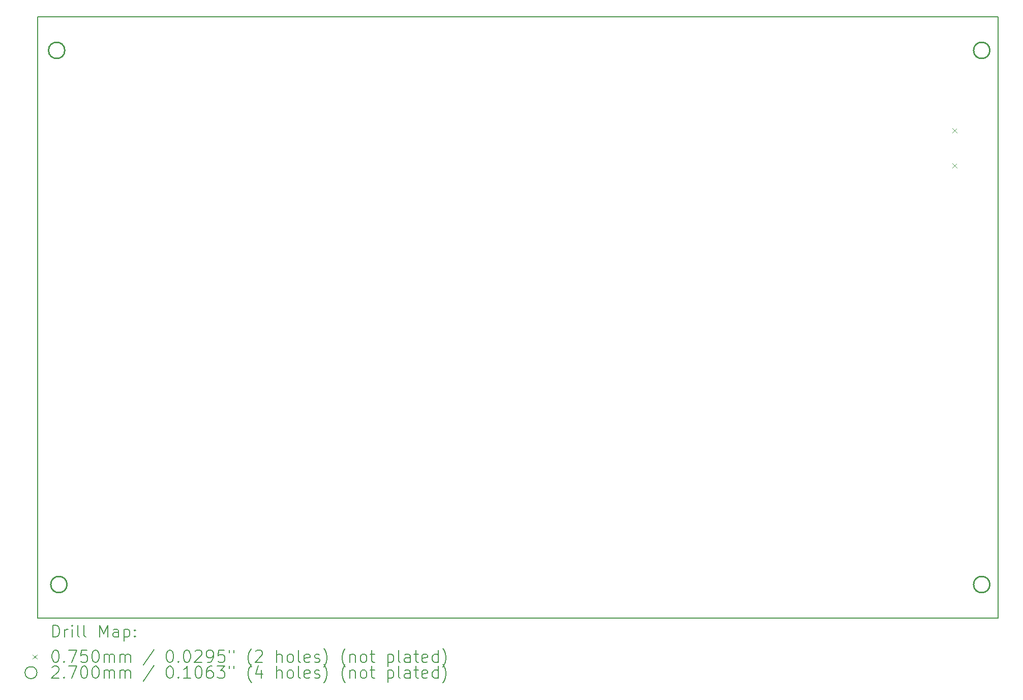
<source format=gbr>
%TF.GenerationSoftware,KiCad,Pcbnew,9.0.4*%
%TF.CreationDate,2025-10-26T21:25:07+02:00*%
%TF.ProjectId,ResumeCard,52657375-6d65-4436-9172-642e6b696361,rev?*%
%TF.SameCoordinates,Original*%
%TF.FileFunction,Drillmap*%
%TF.FilePolarity,Positive*%
%FSLAX45Y45*%
G04 Gerber Fmt 4.5, Leading zero omitted, Abs format (unit mm)*
G04 Created by KiCad (PCBNEW 9.0.4) date 2025-10-26 21:25:07*
%MOMM*%
%LPD*%
G01*
G04 APERTURE LIST*
%ADD10C,0.150000*%
%ADD11C,0.200000*%
%ADD12C,0.100000*%
%ADD13C,0.270000*%
G04 APERTURE END LIST*
D10*
X0Y10000000D02*
X16000000Y10000000D01*
X16000000Y0D01*
X0Y0D01*
X0Y10000000D01*
D11*
D12*
X15232500Y8147500D02*
X15307500Y8072500D01*
X15307500Y8147500D02*
X15232500Y8072500D01*
X15232500Y7567500D02*
X15307500Y7492500D01*
X15307500Y7567500D02*
X15232500Y7492500D01*
D13*
X455000Y9445000D02*
G75*
G02*
X185000Y9445000I-135000J0D01*
G01*
X185000Y9445000D02*
G75*
G02*
X455000Y9445000I135000J0D01*
G01*
X492000Y555000D02*
G75*
G02*
X222000Y555000I-135000J0D01*
G01*
X222000Y555000D02*
G75*
G02*
X492000Y555000I135000J0D01*
G01*
X15859000Y9445000D02*
G75*
G02*
X15589000Y9445000I-135000J0D01*
G01*
X15589000Y9445000D02*
G75*
G02*
X15859000Y9445000I135000J0D01*
G01*
X15859000Y555000D02*
G75*
G02*
X15589000Y555000I-135000J0D01*
G01*
X15589000Y555000D02*
G75*
G02*
X15859000Y555000I135000J0D01*
G01*
D11*
X253277Y-318984D02*
X253277Y-118984D01*
X253277Y-118984D02*
X300896Y-118984D01*
X300896Y-118984D02*
X329467Y-128508D01*
X329467Y-128508D02*
X348515Y-147555D01*
X348515Y-147555D02*
X358039Y-166603D01*
X358039Y-166603D02*
X367562Y-204698D01*
X367562Y-204698D02*
X367562Y-233269D01*
X367562Y-233269D02*
X358039Y-271365D01*
X358039Y-271365D02*
X348515Y-290412D01*
X348515Y-290412D02*
X329467Y-309460D01*
X329467Y-309460D02*
X300896Y-318984D01*
X300896Y-318984D02*
X253277Y-318984D01*
X453277Y-318984D02*
X453277Y-185650D01*
X453277Y-223746D02*
X462801Y-204698D01*
X462801Y-204698D02*
X472324Y-195174D01*
X472324Y-195174D02*
X491372Y-185650D01*
X491372Y-185650D02*
X510420Y-185650D01*
X577086Y-318984D02*
X577086Y-185650D01*
X577086Y-118984D02*
X567563Y-128508D01*
X567563Y-128508D02*
X577086Y-138031D01*
X577086Y-138031D02*
X586610Y-128508D01*
X586610Y-128508D02*
X577086Y-118984D01*
X577086Y-118984D02*
X577086Y-138031D01*
X700896Y-318984D02*
X681848Y-309460D01*
X681848Y-309460D02*
X672324Y-290412D01*
X672324Y-290412D02*
X672324Y-118984D01*
X805658Y-318984D02*
X786610Y-309460D01*
X786610Y-309460D02*
X777086Y-290412D01*
X777086Y-290412D02*
X777086Y-118984D01*
X1034229Y-318984D02*
X1034229Y-118984D01*
X1034229Y-118984D02*
X1100896Y-261841D01*
X1100896Y-261841D02*
X1167563Y-118984D01*
X1167563Y-118984D02*
X1167563Y-318984D01*
X1348515Y-318984D02*
X1348515Y-214222D01*
X1348515Y-214222D02*
X1338991Y-195174D01*
X1338991Y-195174D02*
X1319944Y-185650D01*
X1319944Y-185650D02*
X1281848Y-185650D01*
X1281848Y-185650D02*
X1262801Y-195174D01*
X1348515Y-309460D02*
X1329467Y-318984D01*
X1329467Y-318984D02*
X1281848Y-318984D01*
X1281848Y-318984D02*
X1262801Y-309460D01*
X1262801Y-309460D02*
X1253277Y-290412D01*
X1253277Y-290412D02*
X1253277Y-271365D01*
X1253277Y-271365D02*
X1262801Y-252317D01*
X1262801Y-252317D02*
X1281848Y-242793D01*
X1281848Y-242793D02*
X1329467Y-242793D01*
X1329467Y-242793D02*
X1348515Y-233269D01*
X1443753Y-185650D02*
X1443753Y-385650D01*
X1443753Y-195174D02*
X1462801Y-185650D01*
X1462801Y-185650D02*
X1500896Y-185650D01*
X1500896Y-185650D02*
X1519943Y-195174D01*
X1519943Y-195174D02*
X1529467Y-204698D01*
X1529467Y-204698D02*
X1538991Y-223746D01*
X1538991Y-223746D02*
X1538991Y-280889D01*
X1538991Y-280889D02*
X1529467Y-299936D01*
X1529467Y-299936D02*
X1519943Y-309460D01*
X1519943Y-309460D02*
X1500896Y-318984D01*
X1500896Y-318984D02*
X1462801Y-318984D01*
X1462801Y-318984D02*
X1443753Y-309460D01*
X1624705Y-299936D02*
X1634229Y-309460D01*
X1634229Y-309460D02*
X1624705Y-318984D01*
X1624705Y-318984D02*
X1615182Y-309460D01*
X1615182Y-309460D02*
X1624705Y-299936D01*
X1624705Y-299936D02*
X1624705Y-318984D01*
X1624705Y-195174D02*
X1634229Y-204698D01*
X1634229Y-204698D02*
X1624705Y-214222D01*
X1624705Y-214222D02*
X1615182Y-204698D01*
X1615182Y-204698D02*
X1624705Y-195174D01*
X1624705Y-195174D02*
X1624705Y-214222D01*
D12*
X-82500Y-610000D02*
X-7500Y-685000D01*
X-7500Y-610000D02*
X-82500Y-685000D01*
D11*
X291372Y-538984D02*
X310420Y-538984D01*
X310420Y-538984D02*
X329467Y-548508D01*
X329467Y-548508D02*
X338991Y-558031D01*
X338991Y-558031D02*
X348515Y-577079D01*
X348515Y-577079D02*
X358039Y-615174D01*
X358039Y-615174D02*
X358039Y-662793D01*
X358039Y-662793D02*
X348515Y-700888D01*
X348515Y-700888D02*
X338991Y-719936D01*
X338991Y-719936D02*
X329467Y-729460D01*
X329467Y-729460D02*
X310420Y-738984D01*
X310420Y-738984D02*
X291372Y-738984D01*
X291372Y-738984D02*
X272324Y-729460D01*
X272324Y-729460D02*
X262801Y-719936D01*
X262801Y-719936D02*
X253277Y-700888D01*
X253277Y-700888D02*
X243753Y-662793D01*
X243753Y-662793D02*
X243753Y-615174D01*
X243753Y-615174D02*
X253277Y-577079D01*
X253277Y-577079D02*
X262801Y-558031D01*
X262801Y-558031D02*
X272324Y-548508D01*
X272324Y-548508D02*
X291372Y-538984D01*
X443753Y-719936D02*
X453277Y-729460D01*
X453277Y-729460D02*
X443753Y-738984D01*
X443753Y-738984D02*
X434229Y-729460D01*
X434229Y-729460D02*
X443753Y-719936D01*
X443753Y-719936D02*
X443753Y-738984D01*
X519943Y-538984D02*
X653277Y-538984D01*
X653277Y-538984D02*
X567563Y-738984D01*
X824705Y-538984D02*
X729467Y-538984D01*
X729467Y-538984D02*
X719943Y-634222D01*
X719943Y-634222D02*
X729467Y-624698D01*
X729467Y-624698D02*
X748515Y-615174D01*
X748515Y-615174D02*
X796134Y-615174D01*
X796134Y-615174D02*
X815182Y-624698D01*
X815182Y-624698D02*
X824705Y-634222D01*
X824705Y-634222D02*
X834229Y-653270D01*
X834229Y-653270D02*
X834229Y-700888D01*
X834229Y-700888D02*
X824705Y-719936D01*
X824705Y-719936D02*
X815182Y-729460D01*
X815182Y-729460D02*
X796134Y-738984D01*
X796134Y-738984D02*
X748515Y-738984D01*
X748515Y-738984D02*
X729467Y-729460D01*
X729467Y-729460D02*
X719943Y-719936D01*
X958039Y-538984D02*
X977086Y-538984D01*
X977086Y-538984D02*
X996134Y-548508D01*
X996134Y-548508D02*
X1005658Y-558031D01*
X1005658Y-558031D02*
X1015182Y-577079D01*
X1015182Y-577079D02*
X1024705Y-615174D01*
X1024705Y-615174D02*
X1024705Y-662793D01*
X1024705Y-662793D02*
X1015182Y-700888D01*
X1015182Y-700888D02*
X1005658Y-719936D01*
X1005658Y-719936D02*
X996134Y-729460D01*
X996134Y-729460D02*
X977086Y-738984D01*
X977086Y-738984D02*
X958039Y-738984D01*
X958039Y-738984D02*
X938991Y-729460D01*
X938991Y-729460D02*
X929467Y-719936D01*
X929467Y-719936D02*
X919943Y-700888D01*
X919943Y-700888D02*
X910420Y-662793D01*
X910420Y-662793D02*
X910420Y-615174D01*
X910420Y-615174D02*
X919943Y-577079D01*
X919943Y-577079D02*
X929467Y-558031D01*
X929467Y-558031D02*
X938991Y-548508D01*
X938991Y-548508D02*
X958039Y-538984D01*
X1110420Y-738984D02*
X1110420Y-605650D01*
X1110420Y-624698D02*
X1119944Y-615174D01*
X1119944Y-615174D02*
X1138991Y-605650D01*
X1138991Y-605650D02*
X1167563Y-605650D01*
X1167563Y-605650D02*
X1186610Y-615174D01*
X1186610Y-615174D02*
X1196134Y-634222D01*
X1196134Y-634222D02*
X1196134Y-738984D01*
X1196134Y-634222D02*
X1205658Y-615174D01*
X1205658Y-615174D02*
X1224705Y-605650D01*
X1224705Y-605650D02*
X1253277Y-605650D01*
X1253277Y-605650D02*
X1272325Y-615174D01*
X1272325Y-615174D02*
X1281848Y-634222D01*
X1281848Y-634222D02*
X1281848Y-738984D01*
X1377086Y-738984D02*
X1377086Y-605650D01*
X1377086Y-624698D02*
X1386610Y-615174D01*
X1386610Y-615174D02*
X1405658Y-605650D01*
X1405658Y-605650D02*
X1434229Y-605650D01*
X1434229Y-605650D02*
X1453277Y-615174D01*
X1453277Y-615174D02*
X1462801Y-634222D01*
X1462801Y-634222D02*
X1462801Y-738984D01*
X1462801Y-634222D02*
X1472324Y-615174D01*
X1472324Y-615174D02*
X1491372Y-605650D01*
X1491372Y-605650D02*
X1519943Y-605650D01*
X1519943Y-605650D02*
X1538991Y-615174D01*
X1538991Y-615174D02*
X1548515Y-634222D01*
X1548515Y-634222D02*
X1548515Y-738984D01*
X1938991Y-529460D02*
X1767563Y-786603D01*
X2196134Y-538984D02*
X2215182Y-538984D01*
X2215182Y-538984D02*
X2234229Y-548508D01*
X2234229Y-548508D02*
X2243753Y-558031D01*
X2243753Y-558031D02*
X2253277Y-577079D01*
X2253277Y-577079D02*
X2262801Y-615174D01*
X2262801Y-615174D02*
X2262801Y-662793D01*
X2262801Y-662793D02*
X2253277Y-700888D01*
X2253277Y-700888D02*
X2243753Y-719936D01*
X2243753Y-719936D02*
X2234229Y-729460D01*
X2234229Y-729460D02*
X2215182Y-738984D01*
X2215182Y-738984D02*
X2196134Y-738984D01*
X2196134Y-738984D02*
X2177087Y-729460D01*
X2177087Y-729460D02*
X2167563Y-719936D01*
X2167563Y-719936D02*
X2158039Y-700888D01*
X2158039Y-700888D02*
X2148515Y-662793D01*
X2148515Y-662793D02*
X2148515Y-615174D01*
X2148515Y-615174D02*
X2158039Y-577079D01*
X2158039Y-577079D02*
X2167563Y-558031D01*
X2167563Y-558031D02*
X2177087Y-548508D01*
X2177087Y-548508D02*
X2196134Y-538984D01*
X2348515Y-719936D02*
X2358039Y-729460D01*
X2358039Y-729460D02*
X2348515Y-738984D01*
X2348515Y-738984D02*
X2338991Y-729460D01*
X2338991Y-729460D02*
X2348515Y-719936D01*
X2348515Y-719936D02*
X2348515Y-738984D01*
X2481848Y-538984D02*
X2500896Y-538984D01*
X2500896Y-538984D02*
X2519944Y-548508D01*
X2519944Y-548508D02*
X2529468Y-558031D01*
X2529468Y-558031D02*
X2538991Y-577079D01*
X2538991Y-577079D02*
X2548515Y-615174D01*
X2548515Y-615174D02*
X2548515Y-662793D01*
X2548515Y-662793D02*
X2538991Y-700888D01*
X2538991Y-700888D02*
X2529468Y-719936D01*
X2529468Y-719936D02*
X2519944Y-729460D01*
X2519944Y-729460D02*
X2500896Y-738984D01*
X2500896Y-738984D02*
X2481848Y-738984D01*
X2481848Y-738984D02*
X2462801Y-729460D01*
X2462801Y-729460D02*
X2453277Y-719936D01*
X2453277Y-719936D02*
X2443753Y-700888D01*
X2443753Y-700888D02*
X2434229Y-662793D01*
X2434229Y-662793D02*
X2434229Y-615174D01*
X2434229Y-615174D02*
X2443753Y-577079D01*
X2443753Y-577079D02*
X2453277Y-558031D01*
X2453277Y-558031D02*
X2462801Y-548508D01*
X2462801Y-548508D02*
X2481848Y-538984D01*
X2624706Y-558031D02*
X2634229Y-548508D01*
X2634229Y-548508D02*
X2653277Y-538984D01*
X2653277Y-538984D02*
X2700896Y-538984D01*
X2700896Y-538984D02*
X2719944Y-548508D01*
X2719944Y-548508D02*
X2729468Y-558031D01*
X2729468Y-558031D02*
X2738991Y-577079D01*
X2738991Y-577079D02*
X2738991Y-596127D01*
X2738991Y-596127D02*
X2729468Y-624698D01*
X2729468Y-624698D02*
X2615182Y-738984D01*
X2615182Y-738984D02*
X2738991Y-738984D01*
X2834229Y-738984D02*
X2872325Y-738984D01*
X2872325Y-738984D02*
X2891372Y-729460D01*
X2891372Y-729460D02*
X2900896Y-719936D01*
X2900896Y-719936D02*
X2919944Y-691365D01*
X2919944Y-691365D02*
X2929467Y-653270D01*
X2929467Y-653270D02*
X2929467Y-577079D01*
X2929467Y-577079D02*
X2919944Y-558031D01*
X2919944Y-558031D02*
X2910420Y-548508D01*
X2910420Y-548508D02*
X2891372Y-538984D01*
X2891372Y-538984D02*
X2853277Y-538984D01*
X2853277Y-538984D02*
X2834229Y-548508D01*
X2834229Y-548508D02*
X2824706Y-558031D01*
X2824706Y-558031D02*
X2815182Y-577079D01*
X2815182Y-577079D02*
X2815182Y-624698D01*
X2815182Y-624698D02*
X2824706Y-643746D01*
X2824706Y-643746D02*
X2834229Y-653270D01*
X2834229Y-653270D02*
X2853277Y-662793D01*
X2853277Y-662793D02*
X2891372Y-662793D01*
X2891372Y-662793D02*
X2910420Y-653270D01*
X2910420Y-653270D02*
X2919944Y-643746D01*
X2919944Y-643746D02*
X2929467Y-624698D01*
X3110420Y-538984D02*
X3015182Y-538984D01*
X3015182Y-538984D02*
X3005658Y-634222D01*
X3005658Y-634222D02*
X3015182Y-624698D01*
X3015182Y-624698D02*
X3034229Y-615174D01*
X3034229Y-615174D02*
X3081848Y-615174D01*
X3081848Y-615174D02*
X3100896Y-624698D01*
X3100896Y-624698D02*
X3110420Y-634222D01*
X3110420Y-634222D02*
X3119944Y-653270D01*
X3119944Y-653270D02*
X3119944Y-700888D01*
X3119944Y-700888D02*
X3110420Y-719936D01*
X3110420Y-719936D02*
X3100896Y-729460D01*
X3100896Y-729460D02*
X3081848Y-738984D01*
X3081848Y-738984D02*
X3034229Y-738984D01*
X3034229Y-738984D02*
X3015182Y-729460D01*
X3015182Y-729460D02*
X3005658Y-719936D01*
X3196134Y-538984D02*
X3196134Y-577079D01*
X3272325Y-538984D02*
X3272325Y-577079D01*
X3567563Y-815174D02*
X3558039Y-805650D01*
X3558039Y-805650D02*
X3538991Y-777079D01*
X3538991Y-777079D02*
X3529468Y-758031D01*
X3529468Y-758031D02*
X3519944Y-729460D01*
X3519944Y-729460D02*
X3510420Y-681841D01*
X3510420Y-681841D02*
X3510420Y-643746D01*
X3510420Y-643746D02*
X3519944Y-596127D01*
X3519944Y-596127D02*
X3529468Y-567555D01*
X3529468Y-567555D02*
X3538991Y-548508D01*
X3538991Y-548508D02*
X3558039Y-519936D01*
X3558039Y-519936D02*
X3567563Y-510412D01*
X3634229Y-558031D02*
X3643753Y-548508D01*
X3643753Y-548508D02*
X3662801Y-538984D01*
X3662801Y-538984D02*
X3710420Y-538984D01*
X3710420Y-538984D02*
X3729468Y-548508D01*
X3729468Y-548508D02*
X3738991Y-558031D01*
X3738991Y-558031D02*
X3748515Y-577079D01*
X3748515Y-577079D02*
X3748515Y-596127D01*
X3748515Y-596127D02*
X3738991Y-624698D01*
X3738991Y-624698D02*
X3624706Y-738984D01*
X3624706Y-738984D02*
X3748515Y-738984D01*
X3986610Y-738984D02*
X3986610Y-538984D01*
X4072325Y-738984D02*
X4072325Y-634222D01*
X4072325Y-634222D02*
X4062801Y-615174D01*
X4062801Y-615174D02*
X4043753Y-605650D01*
X4043753Y-605650D02*
X4015182Y-605650D01*
X4015182Y-605650D02*
X3996134Y-615174D01*
X3996134Y-615174D02*
X3986610Y-624698D01*
X4196134Y-738984D02*
X4177087Y-729460D01*
X4177087Y-729460D02*
X4167563Y-719936D01*
X4167563Y-719936D02*
X4158039Y-700888D01*
X4158039Y-700888D02*
X4158039Y-643746D01*
X4158039Y-643746D02*
X4167563Y-624698D01*
X4167563Y-624698D02*
X4177087Y-615174D01*
X4177087Y-615174D02*
X4196134Y-605650D01*
X4196134Y-605650D02*
X4224706Y-605650D01*
X4224706Y-605650D02*
X4243753Y-615174D01*
X4243753Y-615174D02*
X4253277Y-624698D01*
X4253277Y-624698D02*
X4262801Y-643746D01*
X4262801Y-643746D02*
X4262801Y-700888D01*
X4262801Y-700888D02*
X4253277Y-719936D01*
X4253277Y-719936D02*
X4243753Y-729460D01*
X4243753Y-729460D02*
X4224706Y-738984D01*
X4224706Y-738984D02*
X4196134Y-738984D01*
X4377087Y-738984D02*
X4358039Y-729460D01*
X4358039Y-729460D02*
X4348515Y-710412D01*
X4348515Y-710412D02*
X4348515Y-538984D01*
X4529468Y-729460D02*
X4510420Y-738984D01*
X4510420Y-738984D02*
X4472325Y-738984D01*
X4472325Y-738984D02*
X4453277Y-729460D01*
X4453277Y-729460D02*
X4443753Y-710412D01*
X4443753Y-710412D02*
X4443753Y-634222D01*
X4443753Y-634222D02*
X4453277Y-615174D01*
X4453277Y-615174D02*
X4472325Y-605650D01*
X4472325Y-605650D02*
X4510420Y-605650D01*
X4510420Y-605650D02*
X4529468Y-615174D01*
X4529468Y-615174D02*
X4538992Y-634222D01*
X4538992Y-634222D02*
X4538992Y-653270D01*
X4538992Y-653270D02*
X4443753Y-672317D01*
X4615182Y-729460D02*
X4634230Y-738984D01*
X4634230Y-738984D02*
X4672325Y-738984D01*
X4672325Y-738984D02*
X4691373Y-729460D01*
X4691373Y-729460D02*
X4700896Y-710412D01*
X4700896Y-710412D02*
X4700896Y-700888D01*
X4700896Y-700888D02*
X4691373Y-681841D01*
X4691373Y-681841D02*
X4672325Y-672317D01*
X4672325Y-672317D02*
X4643753Y-672317D01*
X4643753Y-672317D02*
X4624706Y-662793D01*
X4624706Y-662793D02*
X4615182Y-643746D01*
X4615182Y-643746D02*
X4615182Y-634222D01*
X4615182Y-634222D02*
X4624706Y-615174D01*
X4624706Y-615174D02*
X4643753Y-605650D01*
X4643753Y-605650D02*
X4672325Y-605650D01*
X4672325Y-605650D02*
X4691373Y-615174D01*
X4767563Y-815174D02*
X4777087Y-805650D01*
X4777087Y-805650D02*
X4796134Y-777079D01*
X4796134Y-777079D02*
X4805658Y-758031D01*
X4805658Y-758031D02*
X4815182Y-729460D01*
X4815182Y-729460D02*
X4824706Y-681841D01*
X4824706Y-681841D02*
X4824706Y-643746D01*
X4824706Y-643746D02*
X4815182Y-596127D01*
X4815182Y-596127D02*
X4805658Y-567555D01*
X4805658Y-567555D02*
X4796134Y-548508D01*
X4796134Y-548508D02*
X4777087Y-519936D01*
X4777087Y-519936D02*
X4767563Y-510412D01*
X5129468Y-815174D02*
X5119944Y-805650D01*
X5119944Y-805650D02*
X5100896Y-777079D01*
X5100896Y-777079D02*
X5091373Y-758031D01*
X5091373Y-758031D02*
X5081849Y-729460D01*
X5081849Y-729460D02*
X5072325Y-681841D01*
X5072325Y-681841D02*
X5072325Y-643746D01*
X5072325Y-643746D02*
X5081849Y-596127D01*
X5081849Y-596127D02*
X5091373Y-567555D01*
X5091373Y-567555D02*
X5100896Y-548508D01*
X5100896Y-548508D02*
X5119944Y-519936D01*
X5119944Y-519936D02*
X5129468Y-510412D01*
X5205658Y-605650D02*
X5205658Y-738984D01*
X5205658Y-624698D02*
X5215182Y-615174D01*
X5215182Y-615174D02*
X5234230Y-605650D01*
X5234230Y-605650D02*
X5262801Y-605650D01*
X5262801Y-605650D02*
X5281849Y-615174D01*
X5281849Y-615174D02*
X5291373Y-634222D01*
X5291373Y-634222D02*
X5291373Y-738984D01*
X5415182Y-738984D02*
X5396134Y-729460D01*
X5396134Y-729460D02*
X5386611Y-719936D01*
X5386611Y-719936D02*
X5377087Y-700888D01*
X5377087Y-700888D02*
X5377087Y-643746D01*
X5377087Y-643746D02*
X5386611Y-624698D01*
X5386611Y-624698D02*
X5396134Y-615174D01*
X5396134Y-615174D02*
X5415182Y-605650D01*
X5415182Y-605650D02*
X5443754Y-605650D01*
X5443754Y-605650D02*
X5462801Y-615174D01*
X5462801Y-615174D02*
X5472325Y-624698D01*
X5472325Y-624698D02*
X5481849Y-643746D01*
X5481849Y-643746D02*
X5481849Y-700888D01*
X5481849Y-700888D02*
X5472325Y-719936D01*
X5472325Y-719936D02*
X5462801Y-729460D01*
X5462801Y-729460D02*
X5443754Y-738984D01*
X5443754Y-738984D02*
X5415182Y-738984D01*
X5538992Y-605650D02*
X5615182Y-605650D01*
X5567563Y-538984D02*
X5567563Y-710412D01*
X5567563Y-710412D02*
X5577087Y-729460D01*
X5577087Y-729460D02*
X5596134Y-738984D01*
X5596134Y-738984D02*
X5615182Y-738984D01*
X5834230Y-605650D02*
X5834230Y-805650D01*
X5834230Y-615174D02*
X5853277Y-605650D01*
X5853277Y-605650D02*
X5891373Y-605650D01*
X5891373Y-605650D02*
X5910420Y-615174D01*
X5910420Y-615174D02*
X5919944Y-624698D01*
X5919944Y-624698D02*
X5929468Y-643746D01*
X5929468Y-643746D02*
X5929468Y-700888D01*
X5929468Y-700888D02*
X5919944Y-719936D01*
X5919944Y-719936D02*
X5910420Y-729460D01*
X5910420Y-729460D02*
X5891373Y-738984D01*
X5891373Y-738984D02*
X5853277Y-738984D01*
X5853277Y-738984D02*
X5834230Y-729460D01*
X6043753Y-738984D02*
X6024706Y-729460D01*
X6024706Y-729460D02*
X6015182Y-710412D01*
X6015182Y-710412D02*
X6015182Y-538984D01*
X6205658Y-738984D02*
X6205658Y-634222D01*
X6205658Y-634222D02*
X6196134Y-615174D01*
X6196134Y-615174D02*
X6177087Y-605650D01*
X6177087Y-605650D02*
X6138992Y-605650D01*
X6138992Y-605650D02*
X6119944Y-615174D01*
X6205658Y-729460D02*
X6186611Y-738984D01*
X6186611Y-738984D02*
X6138992Y-738984D01*
X6138992Y-738984D02*
X6119944Y-729460D01*
X6119944Y-729460D02*
X6110420Y-710412D01*
X6110420Y-710412D02*
X6110420Y-691365D01*
X6110420Y-691365D02*
X6119944Y-672317D01*
X6119944Y-672317D02*
X6138992Y-662793D01*
X6138992Y-662793D02*
X6186611Y-662793D01*
X6186611Y-662793D02*
X6205658Y-653270D01*
X6272325Y-605650D02*
X6348515Y-605650D01*
X6300896Y-538984D02*
X6300896Y-710412D01*
X6300896Y-710412D02*
X6310420Y-729460D01*
X6310420Y-729460D02*
X6329468Y-738984D01*
X6329468Y-738984D02*
X6348515Y-738984D01*
X6491373Y-729460D02*
X6472325Y-738984D01*
X6472325Y-738984D02*
X6434230Y-738984D01*
X6434230Y-738984D02*
X6415182Y-729460D01*
X6415182Y-729460D02*
X6405658Y-710412D01*
X6405658Y-710412D02*
X6405658Y-634222D01*
X6405658Y-634222D02*
X6415182Y-615174D01*
X6415182Y-615174D02*
X6434230Y-605650D01*
X6434230Y-605650D02*
X6472325Y-605650D01*
X6472325Y-605650D02*
X6491373Y-615174D01*
X6491373Y-615174D02*
X6500896Y-634222D01*
X6500896Y-634222D02*
X6500896Y-653270D01*
X6500896Y-653270D02*
X6405658Y-672317D01*
X6672325Y-738984D02*
X6672325Y-538984D01*
X6672325Y-729460D02*
X6653277Y-738984D01*
X6653277Y-738984D02*
X6615182Y-738984D01*
X6615182Y-738984D02*
X6596134Y-729460D01*
X6596134Y-729460D02*
X6586611Y-719936D01*
X6586611Y-719936D02*
X6577087Y-700888D01*
X6577087Y-700888D02*
X6577087Y-643746D01*
X6577087Y-643746D02*
X6586611Y-624698D01*
X6586611Y-624698D02*
X6596134Y-615174D01*
X6596134Y-615174D02*
X6615182Y-605650D01*
X6615182Y-605650D02*
X6653277Y-605650D01*
X6653277Y-605650D02*
X6672325Y-615174D01*
X6748515Y-815174D02*
X6758039Y-805650D01*
X6758039Y-805650D02*
X6777087Y-777079D01*
X6777087Y-777079D02*
X6786611Y-758031D01*
X6786611Y-758031D02*
X6796134Y-729460D01*
X6796134Y-729460D02*
X6805658Y-681841D01*
X6805658Y-681841D02*
X6805658Y-643746D01*
X6805658Y-643746D02*
X6796134Y-596127D01*
X6796134Y-596127D02*
X6786611Y-567555D01*
X6786611Y-567555D02*
X6777087Y-548508D01*
X6777087Y-548508D02*
X6758039Y-519936D01*
X6758039Y-519936D02*
X6748515Y-510412D01*
X-7500Y-911500D02*
G75*
G02*
X-207500Y-911500I-100000J0D01*
G01*
X-207500Y-911500D02*
G75*
G02*
X-7500Y-911500I100000J0D01*
G01*
X243753Y-822031D02*
X253277Y-812508D01*
X253277Y-812508D02*
X272324Y-802984D01*
X272324Y-802984D02*
X319944Y-802984D01*
X319944Y-802984D02*
X338991Y-812508D01*
X338991Y-812508D02*
X348515Y-822031D01*
X348515Y-822031D02*
X358039Y-841079D01*
X358039Y-841079D02*
X358039Y-860127D01*
X358039Y-860127D02*
X348515Y-888698D01*
X348515Y-888698D02*
X234229Y-1002984D01*
X234229Y-1002984D02*
X358039Y-1002984D01*
X443753Y-983936D02*
X453277Y-993460D01*
X453277Y-993460D02*
X443753Y-1002984D01*
X443753Y-1002984D02*
X434229Y-993460D01*
X434229Y-993460D02*
X443753Y-983936D01*
X443753Y-983936D02*
X443753Y-1002984D01*
X519943Y-802984D02*
X653277Y-802984D01*
X653277Y-802984D02*
X567563Y-1002984D01*
X767562Y-802984D02*
X786610Y-802984D01*
X786610Y-802984D02*
X805658Y-812508D01*
X805658Y-812508D02*
X815182Y-822031D01*
X815182Y-822031D02*
X824705Y-841079D01*
X824705Y-841079D02*
X834229Y-879174D01*
X834229Y-879174D02*
X834229Y-926793D01*
X834229Y-926793D02*
X824705Y-964888D01*
X824705Y-964888D02*
X815182Y-983936D01*
X815182Y-983936D02*
X805658Y-993460D01*
X805658Y-993460D02*
X786610Y-1002984D01*
X786610Y-1002984D02*
X767562Y-1002984D01*
X767562Y-1002984D02*
X748515Y-993460D01*
X748515Y-993460D02*
X738991Y-983936D01*
X738991Y-983936D02*
X729467Y-964888D01*
X729467Y-964888D02*
X719943Y-926793D01*
X719943Y-926793D02*
X719943Y-879174D01*
X719943Y-879174D02*
X729467Y-841079D01*
X729467Y-841079D02*
X738991Y-822031D01*
X738991Y-822031D02*
X748515Y-812508D01*
X748515Y-812508D02*
X767562Y-802984D01*
X958039Y-802984D02*
X977086Y-802984D01*
X977086Y-802984D02*
X996134Y-812508D01*
X996134Y-812508D02*
X1005658Y-822031D01*
X1005658Y-822031D02*
X1015182Y-841079D01*
X1015182Y-841079D02*
X1024705Y-879174D01*
X1024705Y-879174D02*
X1024705Y-926793D01*
X1024705Y-926793D02*
X1015182Y-964888D01*
X1015182Y-964888D02*
X1005658Y-983936D01*
X1005658Y-983936D02*
X996134Y-993460D01*
X996134Y-993460D02*
X977086Y-1002984D01*
X977086Y-1002984D02*
X958039Y-1002984D01*
X958039Y-1002984D02*
X938991Y-993460D01*
X938991Y-993460D02*
X929467Y-983936D01*
X929467Y-983936D02*
X919943Y-964888D01*
X919943Y-964888D02*
X910420Y-926793D01*
X910420Y-926793D02*
X910420Y-879174D01*
X910420Y-879174D02*
X919943Y-841079D01*
X919943Y-841079D02*
X929467Y-822031D01*
X929467Y-822031D02*
X938991Y-812508D01*
X938991Y-812508D02*
X958039Y-802984D01*
X1110420Y-1002984D02*
X1110420Y-869650D01*
X1110420Y-888698D02*
X1119944Y-879174D01*
X1119944Y-879174D02*
X1138991Y-869650D01*
X1138991Y-869650D02*
X1167563Y-869650D01*
X1167563Y-869650D02*
X1186610Y-879174D01*
X1186610Y-879174D02*
X1196134Y-898222D01*
X1196134Y-898222D02*
X1196134Y-1002984D01*
X1196134Y-898222D02*
X1205658Y-879174D01*
X1205658Y-879174D02*
X1224705Y-869650D01*
X1224705Y-869650D02*
X1253277Y-869650D01*
X1253277Y-869650D02*
X1272325Y-879174D01*
X1272325Y-879174D02*
X1281848Y-898222D01*
X1281848Y-898222D02*
X1281848Y-1002984D01*
X1377086Y-1002984D02*
X1377086Y-869650D01*
X1377086Y-888698D02*
X1386610Y-879174D01*
X1386610Y-879174D02*
X1405658Y-869650D01*
X1405658Y-869650D02*
X1434229Y-869650D01*
X1434229Y-869650D02*
X1453277Y-879174D01*
X1453277Y-879174D02*
X1462801Y-898222D01*
X1462801Y-898222D02*
X1462801Y-1002984D01*
X1462801Y-898222D02*
X1472324Y-879174D01*
X1472324Y-879174D02*
X1491372Y-869650D01*
X1491372Y-869650D02*
X1519943Y-869650D01*
X1519943Y-869650D02*
X1538991Y-879174D01*
X1538991Y-879174D02*
X1548515Y-898222D01*
X1548515Y-898222D02*
X1548515Y-1002984D01*
X1938991Y-793460D02*
X1767563Y-1050603D01*
X2196134Y-802984D02*
X2215182Y-802984D01*
X2215182Y-802984D02*
X2234229Y-812508D01*
X2234229Y-812508D02*
X2243753Y-822031D01*
X2243753Y-822031D02*
X2253277Y-841079D01*
X2253277Y-841079D02*
X2262801Y-879174D01*
X2262801Y-879174D02*
X2262801Y-926793D01*
X2262801Y-926793D02*
X2253277Y-964888D01*
X2253277Y-964888D02*
X2243753Y-983936D01*
X2243753Y-983936D02*
X2234229Y-993460D01*
X2234229Y-993460D02*
X2215182Y-1002984D01*
X2215182Y-1002984D02*
X2196134Y-1002984D01*
X2196134Y-1002984D02*
X2177087Y-993460D01*
X2177087Y-993460D02*
X2167563Y-983936D01*
X2167563Y-983936D02*
X2158039Y-964888D01*
X2158039Y-964888D02*
X2148515Y-926793D01*
X2148515Y-926793D02*
X2148515Y-879174D01*
X2148515Y-879174D02*
X2158039Y-841079D01*
X2158039Y-841079D02*
X2167563Y-822031D01*
X2167563Y-822031D02*
X2177087Y-812508D01*
X2177087Y-812508D02*
X2196134Y-802984D01*
X2348515Y-983936D02*
X2358039Y-993460D01*
X2358039Y-993460D02*
X2348515Y-1002984D01*
X2348515Y-1002984D02*
X2338991Y-993460D01*
X2338991Y-993460D02*
X2348515Y-983936D01*
X2348515Y-983936D02*
X2348515Y-1002984D01*
X2548515Y-1002984D02*
X2434229Y-1002984D01*
X2491372Y-1002984D02*
X2491372Y-802984D01*
X2491372Y-802984D02*
X2472325Y-831555D01*
X2472325Y-831555D02*
X2453277Y-850603D01*
X2453277Y-850603D02*
X2434229Y-860127D01*
X2672325Y-802984D02*
X2691372Y-802984D01*
X2691372Y-802984D02*
X2710420Y-812508D01*
X2710420Y-812508D02*
X2719944Y-822031D01*
X2719944Y-822031D02*
X2729468Y-841079D01*
X2729468Y-841079D02*
X2738991Y-879174D01*
X2738991Y-879174D02*
X2738991Y-926793D01*
X2738991Y-926793D02*
X2729468Y-964888D01*
X2729468Y-964888D02*
X2719944Y-983936D01*
X2719944Y-983936D02*
X2710420Y-993460D01*
X2710420Y-993460D02*
X2691372Y-1002984D01*
X2691372Y-1002984D02*
X2672325Y-1002984D01*
X2672325Y-1002984D02*
X2653277Y-993460D01*
X2653277Y-993460D02*
X2643753Y-983936D01*
X2643753Y-983936D02*
X2634229Y-964888D01*
X2634229Y-964888D02*
X2624706Y-926793D01*
X2624706Y-926793D02*
X2624706Y-879174D01*
X2624706Y-879174D02*
X2634229Y-841079D01*
X2634229Y-841079D02*
X2643753Y-822031D01*
X2643753Y-822031D02*
X2653277Y-812508D01*
X2653277Y-812508D02*
X2672325Y-802984D01*
X2910420Y-802984D02*
X2872325Y-802984D01*
X2872325Y-802984D02*
X2853277Y-812508D01*
X2853277Y-812508D02*
X2843753Y-822031D01*
X2843753Y-822031D02*
X2824706Y-850603D01*
X2824706Y-850603D02*
X2815182Y-888698D01*
X2815182Y-888698D02*
X2815182Y-964888D01*
X2815182Y-964888D02*
X2824706Y-983936D01*
X2824706Y-983936D02*
X2834229Y-993460D01*
X2834229Y-993460D02*
X2853277Y-1002984D01*
X2853277Y-1002984D02*
X2891372Y-1002984D01*
X2891372Y-1002984D02*
X2910420Y-993460D01*
X2910420Y-993460D02*
X2919944Y-983936D01*
X2919944Y-983936D02*
X2929467Y-964888D01*
X2929467Y-964888D02*
X2929467Y-917269D01*
X2929467Y-917269D02*
X2919944Y-898222D01*
X2919944Y-898222D02*
X2910420Y-888698D01*
X2910420Y-888698D02*
X2891372Y-879174D01*
X2891372Y-879174D02*
X2853277Y-879174D01*
X2853277Y-879174D02*
X2834229Y-888698D01*
X2834229Y-888698D02*
X2824706Y-898222D01*
X2824706Y-898222D02*
X2815182Y-917269D01*
X2996134Y-802984D02*
X3119944Y-802984D01*
X3119944Y-802984D02*
X3053277Y-879174D01*
X3053277Y-879174D02*
X3081848Y-879174D01*
X3081848Y-879174D02*
X3100896Y-888698D01*
X3100896Y-888698D02*
X3110420Y-898222D01*
X3110420Y-898222D02*
X3119944Y-917269D01*
X3119944Y-917269D02*
X3119944Y-964888D01*
X3119944Y-964888D02*
X3110420Y-983936D01*
X3110420Y-983936D02*
X3100896Y-993460D01*
X3100896Y-993460D02*
X3081848Y-1002984D01*
X3081848Y-1002984D02*
X3024706Y-1002984D01*
X3024706Y-1002984D02*
X3005658Y-993460D01*
X3005658Y-993460D02*
X2996134Y-983936D01*
X3196134Y-802984D02*
X3196134Y-841079D01*
X3272325Y-802984D02*
X3272325Y-841079D01*
X3567563Y-1079174D02*
X3558039Y-1069650D01*
X3558039Y-1069650D02*
X3538991Y-1041079D01*
X3538991Y-1041079D02*
X3529468Y-1022031D01*
X3529468Y-1022031D02*
X3519944Y-993460D01*
X3519944Y-993460D02*
X3510420Y-945841D01*
X3510420Y-945841D02*
X3510420Y-907746D01*
X3510420Y-907746D02*
X3519944Y-860127D01*
X3519944Y-860127D02*
X3529468Y-831555D01*
X3529468Y-831555D02*
X3538991Y-812508D01*
X3538991Y-812508D02*
X3558039Y-783936D01*
X3558039Y-783936D02*
X3567563Y-774412D01*
X3729468Y-869650D02*
X3729468Y-1002984D01*
X3681848Y-793460D02*
X3634229Y-936317D01*
X3634229Y-936317D02*
X3758039Y-936317D01*
X3986610Y-1002984D02*
X3986610Y-802984D01*
X4072325Y-1002984D02*
X4072325Y-898222D01*
X4072325Y-898222D02*
X4062801Y-879174D01*
X4062801Y-879174D02*
X4043753Y-869650D01*
X4043753Y-869650D02*
X4015182Y-869650D01*
X4015182Y-869650D02*
X3996134Y-879174D01*
X3996134Y-879174D02*
X3986610Y-888698D01*
X4196134Y-1002984D02*
X4177087Y-993460D01*
X4177087Y-993460D02*
X4167563Y-983936D01*
X4167563Y-983936D02*
X4158039Y-964888D01*
X4158039Y-964888D02*
X4158039Y-907746D01*
X4158039Y-907746D02*
X4167563Y-888698D01*
X4167563Y-888698D02*
X4177087Y-879174D01*
X4177087Y-879174D02*
X4196134Y-869650D01*
X4196134Y-869650D02*
X4224706Y-869650D01*
X4224706Y-869650D02*
X4243753Y-879174D01*
X4243753Y-879174D02*
X4253277Y-888698D01*
X4253277Y-888698D02*
X4262801Y-907746D01*
X4262801Y-907746D02*
X4262801Y-964888D01*
X4262801Y-964888D02*
X4253277Y-983936D01*
X4253277Y-983936D02*
X4243753Y-993460D01*
X4243753Y-993460D02*
X4224706Y-1002984D01*
X4224706Y-1002984D02*
X4196134Y-1002984D01*
X4377087Y-1002984D02*
X4358039Y-993460D01*
X4358039Y-993460D02*
X4348515Y-974412D01*
X4348515Y-974412D02*
X4348515Y-802984D01*
X4529468Y-993460D02*
X4510420Y-1002984D01*
X4510420Y-1002984D02*
X4472325Y-1002984D01*
X4472325Y-1002984D02*
X4453277Y-993460D01*
X4453277Y-993460D02*
X4443753Y-974412D01*
X4443753Y-974412D02*
X4443753Y-898222D01*
X4443753Y-898222D02*
X4453277Y-879174D01*
X4453277Y-879174D02*
X4472325Y-869650D01*
X4472325Y-869650D02*
X4510420Y-869650D01*
X4510420Y-869650D02*
X4529468Y-879174D01*
X4529468Y-879174D02*
X4538992Y-898222D01*
X4538992Y-898222D02*
X4538992Y-917269D01*
X4538992Y-917269D02*
X4443753Y-936317D01*
X4615182Y-993460D02*
X4634230Y-1002984D01*
X4634230Y-1002984D02*
X4672325Y-1002984D01*
X4672325Y-1002984D02*
X4691373Y-993460D01*
X4691373Y-993460D02*
X4700896Y-974412D01*
X4700896Y-974412D02*
X4700896Y-964888D01*
X4700896Y-964888D02*
X4691373Y-945841D01*
X4691373Y-945841D02*
X4672325Y-936317D01*
X4672325Y-936317D02*
X4643753Y-936317D01*
X4643753Y-936317D02*
X4624706Y-926793D01*
X4624706Y-926793D02*
X4615182Y-907746D01*
X4615182Y-907746D02*
X4615182Y-898222D01*
X4615182Y-898222D02*
X4624706Y-879174D01*
X4624706Y-879174D02*
X4643753Y-869650D01*
X4643753Y-869650D02*
X4672325Y-869650D01*
X4672325Y-869650D02*
X4691373Y-879174D01*
X4767563Y-1079174D02*
X4777087Y-1069650D01*
X4777087Y-1069650D02*
X4796134Y-1041079D01*
X4796134Y-1041079D02*
X4805658Y-1022031D01*
X4805658Y-1022031D02*
X4815182Y-993460D01*
X4815182Y-993460D02*
X4824706Y-945841D01*
X4824706Y-945841D02*
X4824706Y-907746D01*
X4824706Y-907746D02*
X4815182Y-860127D01*
X4815182Y-860127D02*
X4805658Y-831555D01*
X4805658Y-831555D02*
X4796134Y-812508D01*
X4796134Y-812508D02*
X4777087Y-783936D01*
X4777087Y-783936D02*
X4767563Y-774412D01*
X5129468Y-1079174D02*
X5119944Y-1069650D01*
X5119944Y-1069650D02*
X5100896Y-1041079D01*
X5100896Y-1041079D02*
X5091373Y-1022031D01*
X5091373Y-1022031D02*
X5081849Y-993460D01*
X5081849Y-993460D02*
X5072325Y-945841D01*
X5072325Y-945841D02*
X5072325Y-907746D01*
X5072325Y-907746D02*
X5081849Y-860127D01*
X5081849Y-860127D02*
X5091373Y-831555D01*
X5091373Y-831555D02*
X5100896Y-812508D01*
X5100896Y-812508D02*
X5119944Y-783936D01*
X5119944Y-783936D02*
X5129468Y-774412D01*
X5205658Y-869650D02*
X5205658Y-1002984D01*
X5205658Y-888698D02*
X5215182Y-879174D01*
X5215182Y-879174D02*
X5234230Y-869650D01*
X5234230Y-869650D02*
X5262801Y-869650D01*
X5262801Y-869650D02*
X5281849Y-879174D01*
X5281849Y-879174D02*
X5291373Y-898222D01*
X5291373Y-898222D02*
X5291373Y-1002984D01*
X5415182Y-1002984D02*
X5396134Y-993460D01*
X5396134Y-993460D02*
X5386611Y-983936D01*
X5386611Y-983936D02*
X5377087Y-964888D01*
X5377087Y-964888D02*
X5377087Y-907746D01*
X5377087Y-907746D02*
X5386611Y-888698D01*
X5386611Y-888698D02*
X5396134Y-879174D01*
X5396134Y-879174D02*
X5415182Y-869650D01*
X5415182Y-869650D02*
X5443754Y-869650D01*
X5443754Y-869650D02*
X5462801Y-879174D01*
X5462801Y-879174D02*
X5472325Y-888698D01*
X5472325Y-888698D02*
X5481849Y-907746D01*
X5481849Y-907746D02*
X5481849Y-964888D01*
X5481849Y-964888D02*
X5472325Y-983936D01*
X5472325Y-983936D02*
X5462801Y-993460D01*
X5462801Y-993460D02*
X5443754Y-1002984D01*
X5443754Y-1002984D02*
X5415182Y-1002984D01*
X5538992Y-869650D02*
X5615182Y-869650D01*
X5567563Y-802984D02*
X5567563Y-974412D01*
X5567563Y-974412D02*
X5577087Y-993460D01*
X5577087Y-993460D02*
X5596134Y-1002984D01*
X5596134Y-1002984D02*
X5615182Y-1002984D01*
X5834230Y-869650D02*
X5834230Y-1069650D01*
X5834230Y-879174D02*
X5853277Y-869650D01*
X5853277Y-869650D02*
X5891373Y-869650D01*
X5891373Y-869650D02*
X5910420Y-879174D01*
X5910420Y-879174D02*
X5919944Y-888698D01*
X5919944Y-888698D02*
X5929468Y-907746D01*
X5929468Y-907746D02*
X5929468Y-964888D01*
X5929468Y-964888D02*
X5919944Y-983936D01*
X5919944Y-983936D02*
X5910420Y-993460D01*
X5910420Y-993460D02*
X5891373Y-1002984D01*
X5891373Y-1002984D02*
X5853277Y-1002984D01*
X5853277Y-1002984D02*
X5834230Y-993460D01*
X6043753Y-1002984D02*
X6024706Y-993460D01*
X6024706Y-993460D02*
X6015182Y-974412D01*
X6015182Y-974412D02*
X6015182Y-802984D01*
X6205658Y-1002984D02*
X6205658Y-898222D01*
X6205658Y-898222D02*
X6196134Y-879174D01*
X6196134Y-879174D02*
X6177087Y-869650D01*
X6177087Y-869650D02*
X6138992Y-869650D01*
X6138992Y-869650D02*
X6119944Y-879174D01*
X6205658Y-993460D02*
X6186611Y-1002984D01*
X6186611Y-1002984D02*
X6138992Y-1002984D01*
X6138992Y-1002984D02*
X6119944Y-993460D01*
X6119944Y-993460D02*
X6110420Y-974412D01*
X6110420Y-974412D02*
X6110420Y-955365D01*
X6110420Y-955365D02*
X6119944Y-936317D01*
X6119944Y-936317D02*
X6138992Y-926793D01*
X6138992Y-926793D02*
X6186611Y-926793D01*
X6186611Y-926793D02*
X6205658Y-917269D01*
X6272325Y-869650D02*
X6348515Y-869650D01*
X6300896Y-802984D02*
X6300896Y-974412D01*
X6300896Y-974412D02*
X6310420Y-993460D01*
X6310420Y-993460D02*
X6329468Y-1002984D01*
X6329468Y-1002984D02*
X6348515Y-1002984D01*
X6491373Y-993460D02*
X6472325Y-1002984D01*
X6472325Y-1002984D02*
X6434230Y-1002984D01*
X6434230Y-1002984D02*
X6415182Y-993460D01*
X6415182Y-993460D02*
X6405658Y-974412D01*
X6405658Y-974412D02*
X6405658Y-898222D01*
X6405658Y-898222D02*
X6415182Y-879174D01*
X6415182Y-879174D02*
X6434230Y-869650D01*
X6434230Y-869650D02*
X6472325Y-869650D01*
X6472325Y-869650D02*
X6491373Y-879174D01*
X6491373Y-879174D02*
X6500896Y-898222D01*
X6500896Y-898222D02*
X6500896Y-917269D01*
X6500896Y-917269D02*
X6405658Y-936317D01*
X6672325Y-1002984D02*
X6672325Y-802984D01*
X6672325Y-993460D02*
X6653277Y-1002984D01*
X6653277Y-1002984D02*
X6615182Y-1002984D01*
X6615182Y-1002984D02*
X6596134Y-993460D01*
X6596134Y-993460D02*
X6586611Y-983936D01*
X6586611Y-983936D02*
X6577087Y-964888D01*
X6577087Y-964888D02*
X6577087Y-907746D01*
X6577087Y-907746D02*
X6586611Y-888698D01*
X6586611Y-888698D02*
X6596134Y-879174D01*
X6596134Y-879174D02*
X6615182Y-869650D01*
X6615182Y-869650D02*
X6653277Y-869650D01*
X6653277Y-869650D02*
X6672325Y-879174D01*
X6748515Y-1079174D02*
X6758039Y-1069650D01*
X6758039Y-1069650D02*
X6777087Y-1041079D01*
X6777087Y-1041079D02*
X6786611Y-1022031D01*
X6786611Y-1022031D02*
X6796134Y-993460D01*
X6796134Y-993460D02*
X6805658Y-945841D01*
X6805658Y-945841D02*
X6805658Y-907746D01*
X6805658Y-907746D02*
X6796134Y-860127D01*
X6796134Y-860127D02*
X6786611Y-831555D01*
X6786611Y-831555D02*
X6777087Y-812508D01*
X6777087Y-812508D02*
X6758039Y-783936D01*
X6758039Y-783936D02*
X6748515Y-774412D01*
M02*

</source>
